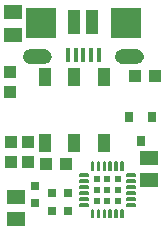
<source format=gbr>
G04 EAGLE Gerber RS-274X export*
G75*
%MOMM*%
%FSLAX34Y34*%
%LPD*%
%INSolderpaste Top*%
%IPPOS*%
%AMOC8*
5,1,8,0,0,1.08239X$1,22.5*%
G01*
%ADD10C,0.140000*%
%ADD11R,0.600000X0.600000*%
%ADD12R,1.000000X2.000000*%
%ADD13R,2.500000X2.500000*%
%ADD14R,0.300000X1.250000*%
%ADD15R,1.500000X1.240000*%
%ADD16R,0.800000X0.800000*%
%ADD17R,1.000000X1.075000*%
%ADD18R,1.075000X1.000000*%
%ADD19R,0.787400X0.889000*%
%ADD20R,1.000000X1.500000*%

G36*
X36365Y143619D02*
X36365Y143619D01*
X36385Y143617D01*
X37511Y143678D01*
X37558Y143690D01*
X37634Y143697D01*
X38727Y143978D01*
X38771Y143998D01*
X38844Y144020D01*
X39861Y144508D01*
X39900Y144537D01*
X39967Y144573D01*
X40870Y145250D01*
X40903Y145285D01*
X40961Y145334D01*
X41714Y146174D01*
X41740Y146215D01*
X41788Y146275D01*
X42362Y147246D01*
X42379Y147291D01*
X42415Y147358D01*
X42789Y148423D01*
X42797Y148470D01*
X42819Y148544D01*
X42978Y149660D01*
X42977Y149688D01*
X42978Y149840D01*
X42819Y150957D01*
X42804Y151002D01*
X42789Y151077D01*
X42415Y152142D01*
X42391Y152184D01*
X42362Y152254D01*
X41788Y153225D01*
X41756Y153262D01*
X41714Y153326D01*
X40961Y154166D01*
X40924Y154196D01*
X40870Y154250D01*
X39967Y154927D01*
X39924Y154949D01*
X39861Y154992D01*
X38844Y155480D01*
X38797Y155493D01*
X38727Y155522D01*
X37634Y155803D01*
X37586Y155806D01*
X37511Y155822D01*
X36385Y155883D01*
X36369Y155881D01*
X36350Y155884D01*
X25350Y155884D01*
X25335Y155882D01*
X25315Y155883D01*
X24189Y155822D01*
X24142Y155811D01*
X24066Y155803D01*
X22973Y155522D01*
X22929Y155502D01*
X22856Y155480D01*
X21839Y154992D01*
X21800Y154964D01*
X21733Y154927D01*
X20830Y154250D01*
X20797Y154215D01*
X20739Y154166D01*
X19986Y153326D01*
X19960Y153285D01*
X19912Y153225D01*
X19338Y152254D01*
X19321Y152209D01*
X19285Y152142D01*
X18911Y151077D01*
X18903Y151030D01*
X18881Y150957D01*
X18722Y149840D01*
X18722Y149839D01*
X18723Y149652D01*
X18923Y148378D01*
X18940Y148331D01*
X18961Y148242D01*
X19439Y147045D01*
X19466Y147002D01*
X19506Y146920D01*
X20238Y145859D01*
X20274Y145823D01*
X20332Y145752D01*
X21282Y144881D01*
X21324Y144854D01*
X21397Y144797D01*
X22517Y144160D01*
X22564Y144143D01*
X22647Y144104D01*
X23881Y143731D01*
X23931Y143726D01*
X24021Y143706D01*
X25306Y143617D01*
X25326Y143619D01*
X25350Y143616D01*
X36350Y143616D01*
X36365Y143619D01*
G37*
G36*
X114365Y143619D02*
X114365Y143619D01*
X114385Y143617D01*
X115511Y143678D01*
X115558Y143690D01*
X115634Y143697D01*
X116727Y143978D01*
X116771Y143998D01*
X116844Y144020D01*
X117861Y144508D01*
X117900Y144537D01*
X117967Y144573D01*
X118870Y145250D01*
X118903Y145285D01*
X118961Y145334D01*
X119714Y146174D01*
X119740Y146215D01*
X119788Y146275D01*
X120362Y147246D01*
X120379Y147291D01*
X120415Y147358D01*
X120789Y148423D01*
X120797Y148470D01*
X120819Y148544D01*
X120978Y149660D01*
X120977Y149688D01*
X120978Y149840D01*
X120819Y150957D01*
X120804Y151002D01*
X120789Y151077D01*
X120415Y152142D01*
X120391Y152184D01*
X120362Y152254D01*
X119788Y153225D01*
X119756Y153262D01*
X119714Y153326D01*
X118961Y154166D01*
X118924Y154196D01*
X118870Y154250D01*
X117967Y154927D01*
X117924Y154949D01*
X117861Y154992D01*
X116844Y155480D01*
X116797Y155493D01*
X116727Y155522D01*
X115634Y155803D01*
X115586Y155806D01*
X115511Y155822D01*
X114385Y155883D01*
X114369Y155881D01*
X114350Y155884D01*
X103350Y155884D01*
X103335Y155882D01*
X103315Y155883D01*
X102189Y155822D01*
X102142Y155811D01*
X102066Y155803D01*
X100973Y155522D01*
X100929Y155502D01*
X100856Y155480D01*
X99839Y154992D01*
X99800Y154964D01*
X99733Y154927D01*
X98830Y154250D01*
X98797Y154215D01*
X98739Y154166D01*
X97986Y153326D01*
X97960Y153285D01*
X97912Y153225D01*
X97338Y152254D01*
X97321Y152209D01*
X97285Y152142D01*
X96911Y151077D01*
X96903Y151030D01*
X96881Y150957D01*
X96722Y149840D01*
X96722Y149839D01*
X96723Y149652D01*
X96923Y148378D01*
X96940Y148331D01*
X96961Y148242D01*
X97439Y147045D01*
X97466Y147002D01*
X97506Y146920D01*
X98238Y145859D01*
X98274Y145823D01*
X98332Y145752D01*
X99282Y144881D01*
X99324Y144854D01*
X99397Y144797D01*
X100517Y144160D01*
X100564Y144143D01*
X100647Y144104D01*
X101881Y143731D01*
X101931Y143726D01*
X102021Y143706D01*
X103306Y143617D01*
X103326Y143619D01*
X103350Y143616D01*
X114350Y143616D01*
X114365Y143619D01*
G37*
D10*
X103370Y60130D02*
X103370Y53530D01*
X101970Y53530D01*
X101970Y60130D01*
X103370Y60130D01*
X103370Y54860D02*
X101970Y54860D01*
X101970Y56190D02*
X103370Y56190D01*
X103370Y57520D02*
X101970Y57520D01*
X101970Y58850D02*
X103370Y58850D01*
X98370Y60130D02*
X98370Y53530D01*
X96970Y53530D01*
X96970Y60130D01*
X98370Y60130D01*
X98370Y54860D02*
X96970Y54860D01*
X96970Y56190D02*
X98370Y56190D01*
X98370Y57520D02*
X96970Y57520D01*
X96970Y58850D02*
X98370Y58850D01*
X93370Y60130D02*
X93370Y53530D01*
X91970Y53530D01*
X91970Y60130D01*
X93370Y60130D01*
X93370Y54860D02*
X91970Y54860D01*
X91970Y56190D02*
X93370Y56190D01*
X93370Y57520D02*
X91970Y57520D01*
X91970Y58850D02*
X93370Y58850D01*
X88370Y60130D02*
X88370Y53530D01*
X86970Y53530D01*
X86970Y60130D01*
X88370Y60130D01*
X88370Y54860D02*
X86970Y54860D01*
X86970Y56190D02*
X88370Y56190D01*
X88370Y57520D02*
X86970Y57520D01*
X86970Y58850D02*
X88370Y58850D01*
X83370Y60130D02*
X83370Y53530D01*
X81970Y53530D01*
X81970Y60130D01*
X83370Y60130D01*
X83370Y54860D02*
X81970Y54860D01*
X81970Y56190D02*
X83370Y56190D01*
X83370Y57520D02*
X81970Y57520D01*
X81970Y58850D02*
X83370Y58850D01*
X78370Y60130D02*
X78370Y53530D01*
X76970Y53530D01*
X76970Y60130D01*
X78370Y60130D01*
X78370Y54860D02*
X76970Y54860D01*
X76970Y56190D02*
X78370Y56190D01*
X78370Y57520D02*
X76970Y57520D01*
X76970Y58850D02*
X78370Y58850D01*
X73470Y48630D02*
X66870Y48630D01*
X66870Y50030D01*
X73470Y50030D01*
X73470Y48630D01*
X73470Y49960D02*
X66870Y49960D01*
X66870Y43630D02*
X73470Y43630D01*
X66870Y43630D02*
X66870Y45030D01*
X73470Y45030D01*
X73470Y43630D01*
X73470Y44960D02*
X66870Y44960D01*
X66870Y38630D02*
X73470Y38630D01*
X66870Y38630D02*
X66870Y40030D01*
X73470Y40030D01*
X73470Y38630D01*
X73470Y39960D02*
X66870Y39960D01*
X66870Y33630D02*
X73470Y33630D01*
X66870Y33630D02*
X66870Y35030D01*
X73470Y35030D01*
X73470Y33630D01*
X73470Y34960D02*
X66870Y34960D01*
X66870Y28630D02*
X73470Y28630D01*
X66870Y28630D02*
X66870Y30030D01*
X73470Y30030D01*
X73470Y28630D01*
X73470Y29960D02*
X66870Y29960D01*
X66870Y23630D02*
X73470Y23630D01*
X66870Y23630D02*
X66870Y25030D01*
X73470Y25030D01*
X73470Y23630D01*
X73470Y24960D02*
X66870Y24960D01*
X76970Y20130D02*
X76970Y13530D01*
X76970Y20130D02*
X78370Y20130D01*
X78370Y13530D01*
X76970Y13530D01*
X76970Y14860D02*
X78370Y14860D01*
X78370Y16190D02*
X76970Y16190D01*
X76970Y17520D02*
X78370Y17520D01*
X78370Y18850D02*
X76970Y18850D01*
X81970Y20130D02*
X81970Y13530D01*
X81970Y20130D02*
X83370Y20130D01*
X83370Y13530D01*
X81970Y13530D01*
X81970Y14860D02*
X83370Y14860D01*
X83370Y16190D02*
X81970Y16190D01*
X81970Y17520D02*
X83370Y17520D01*
X83370Y18850D02*
X81970Y18850D01*
X86970Y20130D02*
X86970Y13530D01*
X86970Y20130D02*
X88370Y20130D01*
X88370Y13530D01*
X86970Y13530D01*
X86970Y14860D02*
X88370Y14860D01*
X88370Y16190D02*
X86970Y16190D01*
X86970Y17520D02*
X88370Y17520D01*
X88370Y18850D02*
X86970Y18850D01*
X91970Y20130D02*
X91970Y13530D01*
X91970Y20130D02*
X93370Y20130D01*
X93370Y13530D01*
X91970Y13530D01*
X91970Y14860D02*
X93370Y14860D01*
X93370Y16190D02*
X91970Y16190D01*
X91970Y17520D02*
X93370Y17520D01*
X93370Y18850D02*
X91970Y18850D01*
X96970Y20130D02*
X96970Y13530D01*
X96970Y20130D02*
X98370Y20130D01*
X98370Y13530D01*
X96970Y13530D01*
X96970Y14860D02*
X98370Y14860D01*
X98370Y16190D02*
X96970Y16190D01*
X96970Y17520D02*
X98370Y17520D01*
X98370Y18850D02*
X96970Y18850D01*
X101970Y20130D02*
X101970Y13530D01*
X101970Y20130D02*
X103370Y20130D01*
X103370Y13530D01*
X101970Y13530D01*
X101970Y14860D02*
X103370Y14860D01*
X103370Y16190D02*
X101970Y16190D01*
X101970Y17520D02*
X103370Y17520D01*
X103370Y18850D02*
X101970Y18850D01*
X106870Y25030D02*
X113470Y25030D01*
X113470Y23630D01*
X106870Y23630D01*
X106870Y25030D01*
X106870Y24960D02*
X113470Y24960D01*
X113470Y30030D02*
X106870Y30030D01*
X113470Y30030D02*
X113470Y28630D01*
X106870Y28630D01*
X106870Y30030D01*
X106870Y29960D02*
X113470Y29960D01*
X113470Y35030D02*
X106870Y35030D01*
X113470Y35030D02*
X113470Y33630D01*
X106870Y33630D01*
X106870Y35030D01*
X106870Y34960D02*
X113470Y34960D01*
X113470Y40030D02*
X106870Y40030D01*
X113470Y40030D02*
X113470Y38630D01*
X106870Y38630D01*
X106870Y40030D01*
X106870Y39960D02*
X113470Y39960D01*
X113470Y45030D02*
X106870Y45030D01*
X113470Y45030D02*
X113470Y43630D01*
X106870Y43630D01*
X106870Y45030D01*
X106870Y44960D02*
X113470Y44960D01*
X113470Y50030D02*
X106870Y50030D01*
X113470Y50030D02*
X113470Y48630D01*
X106870Y48630D01*
X106870Y50030D01*
X106870Y49960D02*
X113470Y49960D01*
D11*
X81170Y45830D03*
X90170Y36830D03*
X90170Y45830D03*
X99170Y45830D03*
X99170Y27830D03*
X81170Y27830D03*
X90170Y27830D03*
X99170Y36830D03*
X81170Y36830D03*
D12*
X77350Y178750D03*
X62350Y178750D03*
D13*
X105850Y177750D03*
X33850Y177750D03*
D14*
X82850Y151000D03*
X76350Y151000D03*
X69850Y151000D03*
X63350Y151000D03*
X56850Y151000D03*
D15*
X12700Y12090D03*
X12700Y31090D03*
X10160Y168300D03*
X10160Y187300D03*
X125730Y64110D03*
X125730Y45110D03*
D16*
X43180Y19170D03*
X43180Y34170D03*
X57150Y19170D03*
X57150Y34170D03*
D17*
X22860Y60080D03*
X22860Y77080D03*
X7620Y119770D03*
X7620Y136770D03*
D18*
X55490Y58420D03*
X38490Y58420D03*
D19*
X128016Y98425D03*
X108712Y98425D03*
X118364Y78105D03*
D18*
X130420Y133350D03*
X113420Y133350D03*
D20*
X87230Y76140D03*
X62230Y76140D03*
X37230Y76140D03*
X37230Y132140D03*
X62230Y132140D03*
X87230Y132140D03*
D16*
X29210Y25520D03*
X29210Y40520D03*
D17*
X8890Y60080D03*
X8890Y77080D03*
M02*

</source>
